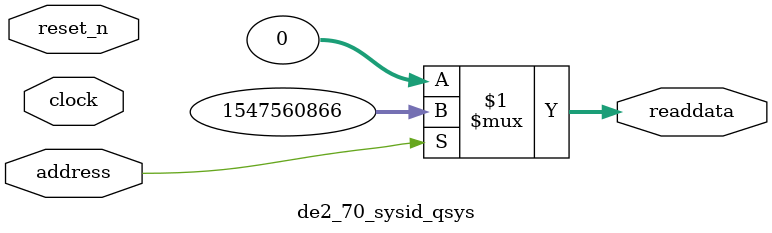
<source format=v>

`timescale 1ns / 1ps
// synthesis translate_on

// turn off superfluous verilog processor warnings 
// altera message_level Level1 
// altera message_off 10034 10035 10036 10037 10230 10240 10030 

module de2_70_sysid_qsys (
               // inputs:
                address,
                clock,
                reset_n,

               // outputs:
                readdata
             )
;

  output  [ 31: 0] readdata;
  input            address;
  input            clock;
  input            reset_n;

  wire    [ 31: 0] readdata;
  //control_slave, which is an e_avalon_slave
  assign readdata = address ? 1547560866 : 0;

endmodule




</source>
